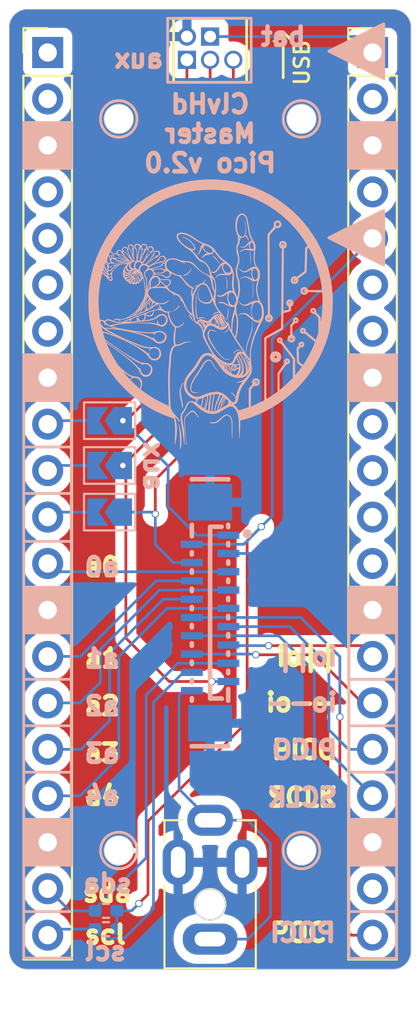
<source format=kicad_pcb>
(kicad_pcb (version 20240108) (generator "pcbnew") (generator_version "8.0")
  (layers (0 "F.Cu" signal "Front") (1 "In1.Cu" signal) (2 "In2.Cu" signal) (31 "B.Cu" signal "Back") (34 "B.Paste" user) (35 "F.Paste" user) (36 "B.SilkS" user "B.Silkscreen") (37 "F.SilkS" user "F.Silkscreen") (38 "B.Mask" user) (39 "F.Mask" user) (44 "Edge.Cuts" user))
  (net 0 "")
  (net 1 "+3.3V")
  (net 2 "/IO2")
  (net 3 "/I2C_SDA")
  (net 4 "GND")
  (net 5 "/addr_bus_0")
  (net 6 "/addr_bus_3")
  (net 7 "/i2C_SCL")
  (net 8 "/PICO")
  (net 9 "/AUX3")
  (net 10 "/POCI")
  (net 11 "/addr_bus_2")
  (net 12 "/extRef")
  (net 13 "/addr_bus_4")
  (net 23 "/SCLK")
  (net 24 "/IO1_out")
  (net 25 "/addr_bus_1")
  (net 28 "/AUX2")
  (net 29 "/AUX1")
  (net 30 "VSYS")
  (net 33 "Net-(J4-Pin_11)")
  (net 34 "Net-(J4-Pin_9)")
  (net 35 "Net-(J4-Pin_10)")
  (footprint "00_custom-footprints:Jack_Socket_PJ-210B" (layer "F.Cu") (at 100 111.945 180)
    (property "Reference" "J2" (hide yes))
    (property "Value" "jack2.5_PJ-210B" (hide yes))
    (fp_circle (center 0 3.5) (end 0.85 3.5) (stroke (width 0.1)) (fill none) (layer "Edge.Cuts"))
    (pad "1" thru_hole roundrect (at 1.75 5.8 180) (size 1.7 2.5) (drill oval 0.8 1.7) (layers "*.Cu" "*.Mask") (roundrect_rratio 0.4705882353) (net 4 "GND"))
    (pad "2" thru_hole roundrect (at 0 8.1 270) (size 1.7 2.5) (drill oval 0.8 1.7) (layers "*.Cu" "*.Mask") (roundrect_rratio 0.4705882353) (net 12 "/extRef"))
    (pad "3" thru_hole roundrect (at -1.75 5.8 180) (size 1.7 2.5) (drill oval 0.8 1.7) (layers "*.Cu" "*.Mask") (roundrect_rratio 0.4705882353) (net 4 "GND"))
    (pad "6" thru_hole roundrect (at 0 1.6 270) (size 1.7 3) (drill oval 0.8 1.7) (layers "*.Cu" "*.Mask") (roundrect_rratio 0.4705882353) (net 12 "/extRef"))
  )
  (footprint "Connector_PinSocket_1.27mm:PinSocket_1x03_P1.27mm_Vertical" (layer "F.Cu") (at 98.729999 62.27 90)
    (property "Reference" "J3" (hide yes))
    (property "Value" "Conn_01x03_Pin" (hide yes))
    (pad "1" thru_hole rect (at 0 0 90) (size 1 1) (drill 0.7) (layers "*.Cu" "*.Mask") (net 29 "/AUX1"))
    (pad "2" thru_hole oval (at 0 1.270001 90) (size 1 1) (drill 0.7) (layers "*.Cu" "*.Mask") (net 28 "/AUX2"))
    (pad "3" thru_hole oval (at 0 2.54 90) (size 1 1) (drill 0.7) (layers "*.Cu" "*.Mask") (net 9 "/AUX3"))
  )
  (footprint "Connector_PinHeader_1.27mm:PinHeader_1x02_P1.27mm_Vertical" (layer "F.Cu") (at 100 61 -90)
    (property "Reference" "J1" (hide yes))
    (property "Value" "Conn_01x02_Pin" (hide yes))
    (pad "1" thru_hole rect (at 0 0 270) (size 1 1) (drill 0.65) (layers "*.Cu" "*.Mask") (net 30 "VSYS"))
    (pad "2" thru_hole oval (at 0 1.270001 270) (size 1 1) (drill 0.65) (layers "*.Cu" "*.Mask") (net 4 "GND"))
  )
  (footprint "Connector_PinHeader_2.54mm:PinHeader_1x20_P2.54mm_Vertical" (layer "F.Cu") (at 108.89 61.87)
    (property "Reference" "J5" (hide yes))
    (property "Value" "Conn_01x20_Male" (hide yes))
    (pad "1" thru_hole rect (at 0 0) (size 1.7 1.7) (drill 1) (layers "*.Cu" "*.Mask") (net 30 "VSYS"))
    (pad "2" thru_hole oval (at 0 2.54) (size 1.7 1.7) (drill 1) (layers "*.Cu" "*.Mask"))
    (pad "3" thru_hole oval (at 0 5.08) (size 1.7 1.7) (drill 1) (layers "*.Cu" "*.Mask") (net 4 "GND"))
    (pad "4" thru_hole oval (at 0 7.62) (size 1.7 1.7) (drill 1) (layers "*.Cu" "*.Mask"))
    (pad "5" thru_hole oval (at 0 10.16) (size 1.7 1.7) (drill 1) (layers "*.Cu" "*.Mask") (net 1 "+3.3V"))
    (pad "6" thru_hole oval (at 0 12.7) (size 1.7 1.7) (drill 1) (layers "*.Cu" "*.Mask"))
    (pad "7" thru_hole oval (at 0 15.24) (size 1.7 1.7) (drill 1) (layers "*.Cu" "*.Mask"))
    (pad "8" thru_hole oval (at 0 17.78) (size 1.7 1.7) (drill 1) (layers "*.Cu" "*.Mask") (net 4 "GND"))
    (pad "9" thru_hole oval (at 0 20.32) (size 1.7 1.7) (drill 1) (layers "*.Cu" "*.Mask"))
    (pad "10" thru_hole oval (at 0 22.86) (size 1.7 1.7) (drill 1) (layers "*.Cu" "*.Mask"))
    (pad "11" thru_hole oval (at 0 25.4) (size 1.7 1.7) (drill 1) (layers "*.Cu" "*.Mask"))
    (pad "12" thru_hole oval (at 0 27.94) (size 1.7 1.7) (drill 1) (layers "*.Cu" "*.Mask"))
    (pad "13" thru_hole oval (at 0 30.48) (size 1.7 1.7) (drill 1) (layers "*.Cu" "*.Mask") (net 4 "GND"))
    (pad "14" thru_hole oval (at 0 33.02) (size 1.7 1.7) (drill 1) (layers "*.Cu" "*.Mask") (net 24 "/IO1_out"))
    (pad "15" thru_hole oval (at 0 35.56) (size 1.7 1.7) (drill 1) (layers "*.Cu" "*.Mask") (net 2 "/IO2"))
    (pad "16" thru_hole oval (at 0 38.1) (size 1.7 1.7) (drill 1) (layers "*.Cu" "*.Mask") (net 8 "/PICO"))
    (pad "17" thru_hole oval (at 0 40.64) (size 1.7 1.7) (drill 1) (layers "*.Cu" "*.Mask") (net 23 "/SCLK"))
    (pad "18" thru_hole oval (at 0 43.18) (size 1.7 1.7) (drill 1) (layers "*.Cu" "*.Mask") (net 4 "GND"))
    (pad "19" thru_hole oval (at 0 45.72) (size 1.7 1.7) (drill 1) (layers "*.Cu" "*.Mask"))
    (pad "20" thru_hole oval (at 0 48.26) (size 1.7 1.7) (drill 1) (layers "*.Cu" "*.Mask") (net 10 "/POCI"))
  )
  (footprint "Connector_PinHeader_2.54mm:PinHeader_1x20_P2.54mm_Vertical" (layer "F.Cu") (at 91.11 61.87)
    (property "Reference" "J4" (hide yes))
    (property "Value" "Conn_01x20_Male" (hide yes))
    (pad "1" thru_hole rect (at 0 0) (size 1.7 1.7) (drill 1) (layers "*.Cu" "*.Mask"))
    (pad "2" thru_hole oval (at 0 2.54) (size 1.7 1.7) (drill 1) (layers "*.Cu" "*.Mask"))
    (pad "3" thru_hole oval (at 0 5.08) (size 1.7 1.7) (drill 1) (layers "*.Cu" "*.Mask") (net 4 "GND"))
    (pad "4" thru_hole oval (at 0 7.62) (size 1.7 1.7) (drill 1) (layers "*.Cu" "*.Mask"))
    (pad "5" thru_hole oval (at 0 10.16) (size 1.7 1.7) (drill 1) (layers "*.Cu" "*.Mask"))
    (pad "6" thru_hole oval (at 0 12.7) (size 1.7 1.7) (drill 1) (layers "*.Cu" "*.Mask"))
    (pad "7" thru_hole oval (at 0 15.24) (size 1.7 1.7) (drill 1) (layers "*.Cu" "*.Mask"))
    (pad "8" thru_hole oval (at 0 17.78) (size 1.7 1.7) (drill 1) (layers "*.Cu" "*.Mask") (net 4 "GND"))
    (pad "9" thru_hole oval (at 0 20.32) (size 1.7 1.7) (drill 1) (layers "*.Cu" "*.Mask") (net 34 "Net-(J4-Pin_9)"))
    (pad "10" thru_hole oval (at 0 22.86) (size 1.7 1.7) (drill 1) (layers "*.Cu" "*.Mask") (net 35 "Net-(J4-Pin_10)"))
    (pad "11" thru_hole oval (at 0 25.4) (size 1.7 1.7) (drill 1) (layers "*.Cu" "*.Mask") (net 33 "Net-(J4-Pin_11)"))
    (pad "12" thru_hole oval (at 0 27.94) (size 1.7 1.7) (drill 1) (layers "*.Cu" "*.Mask") (net 5 "/addr_bus_0"))
    (pad "13" thru_hole oval (at 0 30.48) (size 1.7 1.7) (drill 1) (layers "*.Cu" "*.Mask") (net 4 "GND"))
    (pad "14" thru_hole oval (at 0 33.02) (size 1.7 1.7) (drill 1) (layers "*.Cu" "*.Mask") (net 25 "/addr_bus_1"))
    (pad "15" thru_hole oval (at 0 35.56) (size 1.7 1.7) (drill 1) (layers "*.Cu" "*.Mask") (net 11 "/addr_bus_2"))
    (pad "16" thru_hole oval (at 0 38.1) (size 1.7 1.7) (drill 1) (layers "*.Cu" "*.Mask") (net 6 "/addr_bus_3"))
    (pad "17" thru_hole oval (at 0 40.64) (size 1.7 1.7) (drill 1) (layers "*.Cu" "*.Mask") (net 13 "/addr_bus_4"))
    (pad "18" thru_hole oval (at 0 43.18) (size 1.7 1.7) (drill 1) (layers "*.Cu" "*.Mask") (net 4 "GND"))
    (pad "19" thru_hole oval (at 0 45.72) (size 1.7 1.7) (drill 1) (layers "*.Cu" "*.Mask") (net 3 "/I2C_SDA"))
    (pad "20" thru_hole oval (at 0 48.26) (size 1.7 1.7) (drill 1) (layers "*.Cu" "*.Mask") (net 7 "/i2C_SCL"))
  )
  (footprint "Jumper:SolderJumper-2_P1.3mm_Open_TrianglePad1.0x1.5mm" (layer "B.Cu") (at 94.5 82 180)
    (property "Reference" "JP2" (hide yes))
    (property "Value" "SolderJumper_2_Open" (hide yes))
    (pad "1" smd custom (at -0.724999 0 180) (size 0.3 0.3) (layers "B.Cu" "B.Mask") (net 29 "/AUX1") (options (clearance outline) (anchor rect)) (primitives (gr_poly (pts (xy 1 0) (xy 0.5 -0.75) (xy -0.5 -0.75) (xy -0.5 0.75) (xy 0.5 0.75)) (width 0) (fill yes))))
    (pad "2" smd custom (at 0.724999 0 180) (size 0.3 0.3) (layers "B.Cu" "B.Mask") (net 34 "Net-(J4-Pin_9)") (options (clearance outline) (anchor rect)) (primitives (gr_poly (pts (xy 0.5 -0.75) (xy -0.65 -0.75) (xy -0.15 0) (xy -0.65 0.75) (xy 0.5 0.75)) (width 0) (fill yes))))
  )
  (footprint "00_lcsc:FPC-SMD_18P-P0.50_X05C2018TZ" (layer "B.Cu") (at 100 92.5 -90)
    (property "Reference" "FPC1" (hide yes))
    (property "Value" "FPC-05F-18PH20" (hide yes))
    (pad "1" smd rect (at -4.24 -1 270) (size 0.4 1.2) (layers "B.Cu" "B.Paste" "B.Mask") (net 29 "/AUX1"))
    (pad "2" smd rect (at -3.74 1 270) (size 0.4 1.2) (layers "B.Cu" "B.Paste" "B.Mask") (net 1 "+3.3V"))
    (pad "3" smd rect (at -3.24 -1 270) (size 0.4 1.2) (layers "B.Cu" "B.Paste" "B.Mask") (net 4 "GND"))
    (pad "4" smd rect (at -2.74 1 270) (size 0.4 1.2) (layers "B.Cu" "B.Paste" "B.Mask") (net 9 "/AUX3"))
    (pad "5" smd rect (at -2.24 -1 270) (size 0.4 1.2) (layers "B.Cu" "B.Paste" "B.Mask") (net 5 "/addr_bus_0"))
    (pad "6" smd rect (at -1.74 1 270) (size 0.4 1.2) (layers "B.Cu" "B.Paste" "B.Mask") (net 25 "/addr_bus_1"))
    (pad "7" smd rect (at -1.24 -1 270) (size 0.4 1.2) (layers "B.Cu" "B.Paste" "B.Mask") (net 11 "/addr_bus_2"))
    (pad "8" smd rect (at -0.74 1 270) (size 0.4 1.2) (layers "B.Cu" "B.Paste" "B.Mask") (net 6 "/addr_bus_3"))
    (pad "9" smd rect (at -0.24 -1 270) (size 0.4 1.2) (layers "B.Cu" "B.Paste" "B.Mask") (net 13 "/addr_bus_4"))
    (pad "10" smd rect (at 0.26 1 270) (size 0.4 1.2) (layers "B.Cu" "B.Paste" "B.Mask") (net 10 "/POCI"))
    (pad "11" smd rect (at 0.76 -1 270) (size 0.4 1.2) (layers "B.Cu" "B.Paste" "B.Mask") (net 8 "/PICO"))
    (pad "12" smd rect (at 1.26 1 270) (size 0.4 1.2) (layers "B.Cu" "B.Paste" "B.Mask") (net 23 "/SCLK"))
    (pad "13" smd rect (at 1.76 -1 270) (size 0.4 1.2) (layers "B.Cu" "B.Paste" "B.Mask") (net 24 "/IO1_out"))
    (pad "14" smd rect (at 2.26 1 270) (size 0.4 1.2) (layers "B.Cu" "B.Paste" "B.Mask") (net 2 "/IO2"))
    (pad "15" smd rect (at 2.76 -1 270) (size 0.4 1.2) (layers "B.Cu" "B.Paste" "B.Mask") (net 3 "/I2C_SDA"))
    (pad "16" smd rect (at 3.26 1 270) (size 0.4 1.2) (layers "B.Cu" "B.Paste" "B.Mask") (net 7 "/i2C_SCL"))
    (pad "17" smd rect (at 3.76 -1 270) (size 0.4 1.2) (layers "B.Cu" "B.Paste" "B.Mask") (net 28 "/AUX2"))
    (pad "18" smd rect (at 4.26 1 270) (size 0.4 1.2) (layers "B.Cu" "B.Paste" "B.Mask") (net 12 "/extRef"))
    (pad "19" smd rect (at 6.04 0 270) (size 2 2.4) (layers "B.Cu" "B.Paste" "B.Mask") (net 4 "GND"))
    (pad "20" smd rect (at -6.04 0 270) (size 2 2.4) (layers "B.Cu" "B.Paste" "B.Mask") (net 4 "GND"))
  )
  (footprint "Jumper:SolderJumper-2_P1.3mm_Open_TrianglePad1.0x1.5mm" (layer "B.Cu") (at 94.5 84.45 180)
    (property "Reference" "JP3" (hide yes))
    (property "Value" "SolderJumper_2_Open" (hide yes))
    (pad "1" smd custom (at -0.725 0 180) (size 0.3 0.3) (layers "B.Cu" "B.Mask") (net 28 "/AUX2") (options (clearance outline) (anchor rect)) (primitives (gr_poly (pts (xy 1 0) (xy 0.5 -0.75) (xy -0.5 -0.75) (xy -0.5 0.75) (xy 0.5 0.75)) (width 0) (fill yes))))
    (pad "2" smd custom (at 0.725 0 180) (size 0.3 0.3) (layers "B.Cu" "B.Mask") (net 35 "Net-(J4-Pin_10)") (options (clearance outline) (anchor rect)) (primitives (gr_poly (pts (xy 0.5 -0.75) (xy -0.65 -0.75) (xy -0.15 0) (xy -0.65 0.75) (xy 0.5 0.75)) (width 0) (fill yes))))
  )
  (footprint "Resistor_SMD:R_0402_1005Metric_Pad0.72x0.64mm_HandSolder" (layer "B.Cu") (at 94.3 108.8 180)
    (property "Reference" "R2" (hide yes))
    (property "Value" "2k" (hide yes))
    (pad "1" smd roundrect (at -0.5975 0 180) (size 0.715 0.64) (layers "B.Cu" "B.Paste" "B.Mask") (net 1 "+3.3V"))
    (pad "2" smd roundrect (at 0.5975 0 180) (size 0.715 0.64) (layers "B.Cu" "B.Paste" "B.Mask") (net 3 "/I2C_SDA"))
  )
  (footprint "Jumper:SolderJumper-2_P1.3mm_Open_TrianglePad1.0x1.5mm" (layer "B.Cu") (at 94.5 87 180)
    (property "Reference" "JP4" (hide yes))
    (property "Value" "SolderJumper_2_Open" (hide yes))
    (pad "1" smd custom (at -0.725 0 180) (size 0.3 0.3) (layers "B.Cu" "B.Mask") (net 9 "/AUX3") (options (clearance outline) (anchor rect)) (primitives (gr_poly (pts (xy 1 0) (xy 0.5 -0.75) (xy -0.5 -0.75) (xy -0.5 0.75) (xy 0.5 0.75)) (width 0) (fill yes))))
    (pad "2" smd custom (at 0.725 0 180) (size 0.3 0.3) (layers "B.Cu" "B.Mask") (net 33 "Net-(J4-Pin_11)") (options (clearance outline) (anchor rect)) (primitives (gr_poly (pts (xy 0.5 -0.75) (xy -0.65 -0.75) (xy -0.15 0) (xy -0.65 0.75) (xy 0.5 0.75)) (width 0) (fill yes))))
  )
  (footprint "LOGO" (layer "B.Cu") (at 100 76 180)
    (property "Reference" "G***" (hide yes))
    (property "Value" "LOGO" (hide yes))
  )
  (footprint "Resistor_SMD:R_0402_1005Metric_Pad0.72x0.64mm_HandSolder" (layer "B.Cu") (at 94.3 109.8 180)
    (property "Reference" "R1" (hide yes))
    (property "Value" "2k" (hide yes))
    (pad "1" smd roundrect (at -0.5975 0 180) (size 0.715 0.64) (layers "B.Cu" "B.Paste" "B.Mask") (net 1 "+3.3V"))
    (pad "2" smd roundrect (at 0.5975 0 180) (size 0.715 0.64) (layers "B.Cu" "B.Paste" "B.Mask") (net 7 "/i2C_SCL"))
  )
  (gr_rect (start 107.6 78.4) (end 110.2 80.9) (stroke (width 0.1524)) (fill solid) (layer "B.SilkS"))
  (gr_line (start 89.8 88.6) (end 92.4 88.6) (stroke (width 0.1524)) (layer "B.SilkS"))
  (gr_line (start 102.246 63.5) (end 97.674 63.5) (stroke (width 0.1524)) (layer "B.SilkS"))
  (gr_rect (start 89.8 91.1) (end 92.4 93.6) (stroke (width 0.1524)) (fill solid) (layer "B.SilkS"))
  (gr_line (start 107.6 93.6) (end 107.6 103.8) (stroke (width 0.1524)) (layer "B.SilkS"))
  (gr_rect (start 89.8 78.4) (end 92.4 80.9) (stroke (width 0.1524)) (fill solid) (layer "B.SilkS"))
  (gr_line (start 89.8 106.3) (end 89.8 111.38) (stroke (width 0.1524)) (layer "B.SilkS"))
  (gr_poly (pts (xy 109.5 73.5) (xy 106.5 72) (xy 109.5 70.5)) (stroke (width 0.1524)) (fill solid) (layer "B.SilkS"))
  (gr_rect (start 107.6 103.8) (end 110.2 106.3) (stroke (width 0.1524)) (fill solid) (layer "B.SilkS"))
  (gr_circle (center 105 105.5) (end 106 105.5) (stroke (width 0.1524)) (fill none) (layer "B.SilkS"))
  (gr_line (start 89.8 108.84) (end 92.4 108.84) (stroke (width 0.1524)) (layer "B.SilkS"))
  (gr_line (start 107.6 106.3) (end 107.6 111.4) (stroke (width 0.1524)) (layer "B.SilkS"))
  (gr_line (start 89.8 91.1) (end 89.8 80.9) (stroke (width 0.1524)) (layer "B.SilkS"))
  (gr_line (start 89.8 111.38) (end 92.4 111.38) (stroke (width 0.1524)) (layer "B.SilkS"))
  (gr_line (start 107.58 98.68) (end 110.18 98.68) (stroke (width 0.1524)) (layer "B.SilkS"))
  (gr_rect (start 89.8 65.7) (end 92.4 68.2) (stroke (width 0.1524)) (fill solid) (layer "B.SilkS"))
  (gr_rect (start 107.6 65.7) (end 110.2 68.2) (stroke (width 0.1524)) (fill solid) (layer "B.SilkS"))
  (gr_line (start 89.8 85.98) (end 92.4 85.98) (stroke (width 0.1524)) (layer "B.SilkS"))
  (gr_line (start 92.4 93.6) (end 92.4 103.8) (stroke (width 0.1524)) (layer "B.SilkS"))
  (gr_line (start 110.2 93.6) (end 110.2 103.8) (stroke (width 0.1524)) (layer "B.SilkS"))
  (gr_rect (start 89.8 103.8) (end 92.4 106.3) (stroke (width 0.1524)) (fill solid) (layer "B.SilkS"))
  (gr_circle (center 95 65.5) (end 96 65.5) (stroke (width 0.1524)) (fill none) (layer "B.SilkS"))
  (gr_line (start 89.8 83.44) (end 92.4 83.44) (stroke (width 0.1524)) (layer "B.SilkS"))
  (gr_line (start 89.8 96.14) (end 92.4 96.14) (stroke (width 0.1524)) (layer "B.SilkS"))
  (gr_line (start 97.674 63.5) (end 97.674 60) (stroke (width 0.1524)) (layer "B.SilkS"))
  (gr_line (start 107.58 108.84) (end 110.18 108.84) (stroke (width 0.1524)) (layer "B.SilkS"))
  (gr_line (start 107.58 96.14) (end 110.18 96.14) (stroke (width 0.1524)) (layer "B.SilkS"))
  (gr_line (start 89.8 103.8) (end 89.8 93.6) (stroke (width 0.1524)) (layer "B.SilkS"))
  (gr_poly (pts (xy 109.5 63.3) (xy 106.5 61.8) (xy 109.5 60.3)) (stroke (width 0.1524)) (fill solid) (layer "B.SilkS"))
  (gr_line (start 89.8 98.68) (end 92.4 98.68) (stroke (width 0.1524)) (layer "B.SilkS"))
  (gr_line (start 89.8 101.22) (end 92.4 101.22) (stroke (width 0.1524)) (layer "B.SilkS"))
  (gr_line (start 102.246 60) (end 102.246 63.5) (stroke (width 0.1524)) (layer "B.SilkS"))
  (gr_line (start 110.2 106.3) (end 110.2 111.4) (stroke (width 0.1524)) (layer "B.SilkS"))
  (gr_line (start 92.4 91.1) (end 92.4 80.9) (stroke (width 0.1524)) (layer "B.SilkS"))
  (gr_line (start 97.674 60) (end 102.246 60) (stroke (width 0.1524)) (layer "B.SilkS"))
  (gr_circle (center 105 65.5) (end 106 65.5) (stroke (width 0.1524)) (fill none) (layer "B.SilkS"))
  (gr_line (start 107.6 111.4) (end 110.2 111.4) (stroke (width 0.1524)) (layer "B.SilkS"))
  (gr_circle (center 95 105.5) (end 96 105.5) (stroke (width 0.1524)) (fill none) (layer "B.SilkS"))
  (gr_rect (start 107.6 91.1) (end 110.2 93.6) (stroke (width 0.1524)) (fill solid) (layer "B.SilkS"))
  (gr_line (start 107.58 101.22) (end 110.18 101.22) (stroke (width 0.1524)) (layer "B.SilkS"))
  (gr_poly (pts (xy 109.5 70.5) (xy 106.5 72) (xy 109.5 73.5)) (stroke (width 0.1524)) (fill solid) (layer "F.SilkS"))
  (gr_rect (start 107.6 91.1) (end 110.2 93.6) (stroke (width 0.1524)) (fill solid) (layer "F.SilkS"))
  (gr_line (start 104 60.75) (end 104 63.25) (stroke (width 0.1524)) (layer "F.SilkS"))
  (gr_line (start 102 63.5) (end 98 63.5) (stroke (width 0.1524)) (layer "F.SilkS"))
  (gr_line (start 104.5 61.25) (end 104 60.75) (stroke (width 0.1524)) (layer "F.SilkS"))
  (gr_line (start 103.5 61.25) (end 104 60.75) (stroke (width 0.1524)) (layer "F.SilkS"))
  (gr_rect (start 107.6 103.8) (end 110.2 106.3) (stroke (width 0.1524)) (fill solid) (layer "F.SilkS"))
  (gr_line (start 98 60) (end 102 60) (stroke (width 0.1524)) (layer "F.SilkS"))
  (gr_line (start 102 60) (end 102 63.5) (stroke (width 0.1524)) (layer "F.SilkS"))
  (gr_rect (start 89.8 91.1) (end 92.4 93.6) (stroke (width 0.1524)) (fill solid) (layer "F.SilkS"))
  (gr_rect (start 89.8 65.7) (end 92.4 68.2) (stroke (width 0.1524)) (fill solid) (layer "F.SilkS"))
  (gr_rect (start 89.8 103.8) (end 92.4 106.3) (stroke (width 0.1524)) (fill solid) (layer "F.SilkS"))
  (gr_line (start 98 63.5) (end 98 60) (stroke (width 0.1524)) (layer "F.SilkS"))
  (gr_rect (start 107.6 65.7) (end 110.2 68.2) (stroke (width 0.1524)) (fill solid) (layer "F.SilkS"))
  (gr_rect (start 89.8 78.4) (end 92.4 80.9) (stroke (width 0.1524)) (fill solid) (layer "F.SilkS"))
  (gr_rect (start 107.6 78.4) (end 110.2 80.9) (stroke (width 0.1524)) (fill solid) (layer "F.SilkS"))
  (gr_line (start 110 59.5) (end 90 59.5) (stroke (width 0.0381)) (layer "Edge.Cuts"))
  (gr_circle (center 95 65.5) (end 95.8 65.5) (stroke (width 0.0381)) (fill none) (layer "Edge.Cuts"))
  (gr_circle (center 95 105.5) (end 95 104.7) (stroke (width 0.0381)) (fill none) (layer "Edge.Cuts"))
  (gr_arc (start 89 60.5) (mid 89.292893 59.792893) (end 90 59.5) (stroke (width 0.0381)) (layer "Edge.Cuts"))
  (gr_line (start 111 111) (end 111 60.5) (stroke (width 0.0381)) (layer "Edge.Cuts"))
  (gr_arc (start 111 111) (mid 110.707107 111.707107) (end 110 112) (stroke (width 0.0381)) (layer "Edge.Cuts"))
  (gr_arc (start 90 112) (mid 89.292893 111.707107) (end 89 111) (stroke (width 0.0381)) (layer "Edge.Cuts"))
  (gr_arc (start 110 59.5) (mid 110.707107 59.792893) (end 111 60.5) (stroke (width 0.0381)) (layer "Edge.Cuts"))
  (gr_line (start 90 112) (end 110 112) (stroke (width 0.0381)) (layer "Edge.Cuts"))
  (gr_line (start 89 60.5) (end 89 111) (stroke (width 0.0381)) (layer "Edge.Cuts"))
  (gr_circle (center 105 65.5) (end 105 66.3) (stroke (width 0.0381)) (fill none) (layer "Edge.Cuts"))
  (gr_circle (center 105 105.5) (end 104.2 105.5) (stroke (width 0.0381)) (fill none) (layer "Edge.Cuts"))
  (gr_text "io||" (at 107.1 94.9 0) (layer "B.SilkS") (effects (font (size 1 1) (thickness 0.25) (bold yes)) (justify left mirror)))
  (gr_text "ClvHd\nMaster\nPico v2.0" (at 100 68.5 -0) (layer "B.SilkS") (effects (font (size 1 1) (thickness 0.3) (bold yes)) (justify bottom mirror)))
  (gr_text "aux" (at 96.9 84.5 270) (layer "B.SilkS") (effects (font (size 1 1) (thickness 0.25) (bold yes)) (justify mirror)))
  (gr_text "bat" (at 104 61 0) (layer "B.SilkS") (effects (font (size 1 1) (thickness 0.3) (bold yes)) (justify mirror)))
  (gr_text "a1" (at 93 95 0) (layer "B.SilkS") (effects (font (size 1 1) (thickness 0.3048) (bold yes)) (justify right mirror)))
  (gr_text "a4" (at 93 102.5 0) (layer "B.SilkS") (effects (font (size 1 1) (thickness 0.3048) (bold yes)) (justify right mirror)))
  (gr_text "aux" (at 96.1 62.2 -0) (layer "B.SilkS") (effects (font (size 1 1) (thickness 0.25) (bold yes)) (justify mirror)))
  (gr_text "SCLK" (at 107.1 102.6 0) (layer "B.SilkS") (effects (font (size 1 1) (thickness 0.3) (bold yes)) (justify left mirror)))
  (gr_text "scl" (at 93 111 0) (layer "B.SilkS") (effects (font (size 1 1) (thickness 0.3048) (bold yes)) (justify right mirror)))
  (gr_text "PICO" (at 107.1 100 0) (layer "B.SilkS") (effects (font (size 1 1) (thickness 0.3) (bold yes)) (justify left mirror)))
  (gr_text "io--" (at 107.1 97.4 0) (layer "B.SilkS") (effects (font (size 1 1) (thickness 0.25) (bold yes)) (justify left mirror)))
  (gr_text "sda" (at 92.9 107.3 0) (layer "B.SilkS") (effects (font (size 1 1) (thickness 0.3048) (bold yes)) (justify right mirror)))
  (gr_text "a0" (at 93 90 0) (layer "B.SilkS") (effects (font (size 1 1) (thickness 0.3048) (bold yes)) (justify right mirror)))
  (gr_text "a3" (at 93 100.2 0) (layer "B.SilkS") (effects (font (size 1 1) (thickness 0.3048) (bold yes)) (justify right mirror)))
  (gr_text "POCI" (at 107 110 0) (layer "B.SilkS") (effects (font (size 1 1) (thickness 0.3) (bold yes)) (justify left mirror)))
  (gr_text "a2" (at 93 97.6 0) (layer "B.SilkS") (effects (font (size 1 1) (thickness 0.3048) (bold yes)) (justify right mirror)))
  (gr_text "a2" (at 93 97.6 0) (layer "F.SilkS") (effects (font (size 1 1) (thickness 0.3048) (bold yes)) (justify left)))
  (gr_text "a0" (at 93 90 0) (layer "F.SilkS") (effects (font (size 1 1) (thickness 0.3048) (bold yes)) (justify left)))
  (gr_text "PICO" (at 107.1 100 0) (layer "F.SilkS") (effects (font (size 1 1) (thickness 0.3) (bold yes)) (justify right)))
  (gr_text "sda" (at 92.9 107.8 0) (layer "F.SilkS") (effects (font (size 1 1) (thickness 0.3048) (bold yes)) (justify left)))
  (gr_text "a3" (at 93 100.2 0) (layer "F.SilkS") (effects (font (size 1 1) (thickness 0.3048) (bold yes)) (justify left)))
  (gr_text "POCI" (at 107 110 0) (layer "F.SilkS") (effects (font (size 1 1) (thickness 0.3) (bold yes)) (justify right)))
  (gr_text "scl" (at 93 110.1 0) (layer "F.SilkS") (effects (font (size 1 1) (thickness 0.3048) (bold yes)) (justify left)))
  (gr_text "io--" (at 107.1 97.4 0) (layer "F.SilkS") (effects (font (size 1 1) (thickness 0.25) (bold yes)) (justify right)))
  (gr_text "a1" (at 93 95 0) (layer "F.SilkS") (effects (font (size 1 1) (thickness 0.3048) (bold yes)) (justify left)))
  (gr_text "io||" (at 107.1 94.9 0) (layer "F.SilkS") (effects (font (size 1 1) (thickness 0.25) (bold yes)) (justify right)))
  (gr_text "a4" (at 93 102.5 0) (layer "F.SilkS") (effects (font (size 1 1) (thickness 0.3048) (bold yes)) (justify left)))
  (gr_text "SCLK" (at 107.1 102.6 0) (layer "F.SilkS") (effects (font (size 1 1) (thickness 0.3) (bold yes)) (justify right)))
  (gr_text "USB" (at 105.5 63.75 90) (layer "F.SilkS") (effects (font (size 0.8128 0.8128) (thickness 0.1524) (bold yes)) (justify left bottom)))
  (segment (start 102.025 98.475) (end 102.025 88.575) (width 0.15) (layer "F.Cu") (net 1))
  (segment (start 96.6 107.9) (end 96.6 103.9) (width 0.15) (layer "F.Cu") (net 1))
  (segment (start 102.025 88.575) (end 102.8 87.8) (width 0.15) (layer "F.Cu") (net 1))
  (segment (start 96.6 103.9) (end 102.025 98.475) (width 0.15) (layer "F.Cu") (net 1))
  (segment (start 96.1 108.4) (end 96.6 107.9) (width 0.15) (layer "F.Cu") (net 1))
  (via (at 96.1 108.4) (size 0.4) (drill 0.3) (layers "F.Cu" "B.Cu") (net 1))
  (via (at 102.8 87.8) (size 0.4) (drill 0.3) (layers "F.Cu" "B.Cu") (net 1))
  (segment (start 103.4 77.52) (end 108.89 72.03) (width 0.15) (layer "B.Cu") (net 1))
  (segment (start 102.8 87.8) (end 103.4 87.2) (width 0.15) (layer "B.Cu") (net 1))
  (segment (start 95.7 108.8) (end 96.1 108.4) (width 0.15) (layer "B.Cu") (net 1))
  (segment (start 101.84 88.76) (end 102.8 87.8) (width 0.15) (layer "B.Cu") (net 1))
  (segment (start 94.8975 108.8) (end 95.7 108.8) (width 0.15) (layer "B.Cu") (net 1))
  (segment (start 103.4 87.2) (end 103.4 77.52) (width 0.15) (layer "B.Cu") (net 1))
  (segment (start 94.8975 108.8) (end 94.8975 109.8) (width 0.15) (layer "B.Cu") (net 1))
  (segment (start 99 88.76) (end 101.84 88.76) (width 0.15) (layer "B.Cu") (net 1))
  (segment (start 108.33 97.43) (end 108.89 97.43) (width 0.15) (layer "F.Cu") (net 2))
  (segment (start 105.7 94.8) (end 108.33 97.43) (width 0.15) (layer "F.Cu") (net 2))
  (segment (start 102.5 94.8) (end 105.7 94.8) (width 0.15) (layer "F.Cu") (net 2))
  (via (at 102.5 94.8) (size 0.4) (drill 0.3) (layers "F.Cu" "B.Cu") (net 2))
  (segment (start 102.46 94.76) (end 99 94.76) (width 0.15) (layer "B.Cu") (net 2))
  (segment (start 102.5 94.8) (end 102.46 94.76) (width 0.15) (layer "B.Cu") (net 2))
  (segment (start 96.5 97) (end 96.5 105.9) (width 0.15) (layer "B.Cu") (net 3))
  (segment (start 93.7025 108.8) (end 92.32 108.8) (width 0.15) (layer "B.Cu") (net 3))
  (segment (start 92.32 108.8) (end 91.11 107.59) (width 0.15) (layer "B.Cu") (net 3))
  (segment (start 98.24 95.26) (end 96.5 97) (width 0.15) (layer "B.Cu") (net 3))
  (segment (start 93.7025 108.6975) (end 93.7025 108.8) (width 0.15) (layer "B.Cu") (net 3))
  (segment (start 101 95.26) (end 98.24 95.26) (width 0.15) (layer "B.Cu") (net 3))
  (segment (start 96.5 105.9) (end 93.7025 108.6975) (width 0.15) (layer "B.Cu") (net 3))
  (segment (start 105.8 89.26) (end 108.89 92.35) (width 0.15) (layer "B.Cu") (net 4))
  (segment (start 101 89.26) (end 105.8 89.26) (width 0.15) (layer "B.Cu") (net 4))
  (segment (start 101 90.26) (end 91.56 90.26) (width 0.15) (layer "B.Cu") (net 5))
  (segment (start 91.56 90.26) (end 91.11 89.81) (width 0.15) (layer "B.Cu") (net 5))
  (segment (start 97.44 91.76) (end 94.5 94.7) (width 0.15) (layer "B.Cu") (net 6))
  (segment (start 92.93 99.97) (end 91.11 99.97) (width 0.15) (layer "B.Cu") (net 6))
  (segment (start 94.5 94.7) (end 94.5 98.4) (width 0.15) (layer "B.Cu") (net 6))
  (segment (start 91.11 99.25) (end 91.11 99.97) (width 0.15) (layer "B.Cu") (net 6))
  (segment (start 99 91.76) (end 97.44 91.76) (width 0.15) (layer "B.Cu") (net 6))
  (segment (start 94.5 98.4) (end 92.93 99.97) (width 0.15) (layer "B.Cu") (net 6))
  (segment (start 99 95.76) (end 98.54 95.76) (width 0.15) (layer "B.Cu") (net 7))
  (segment (start 95.3 110.3) (end 94.2025 110.3) (width 0.15) (layer "B.Cu") (net 7))
  (segment (start 96.9 97.4) (end 96.9 108.7) (width 0.15) (layer "B.Cu") (net 7))
  (segment (start 96.9 108.7) (end 95.3 110.3) (width 0.15) (layer "B.Cu") (net 7))
  (segment (start 98.54 95.76) (end 96.9 97.4) (width 0.15) (layer "B.Cu") (net 7))
  (segment (start 94.2025 110.3) (end 93.7025 109.8) (width 0.15) (layer "B.Cu") (net 7))
  (segment (start 91.44 109.8) (end 91.11 110.13) (width 0.15) (layer "B.Cu") (net 7))
  (segment (start 93.7025 109.8) (end 91.44 109.8) (width 0.15) (layer "B.Cu") (net 7))
  (segment (start 101 93.26) (end 104.36 93.26) (width 0.15) (layer "B.Cu") (net 8))
  (segment (start 107.57 99.97) (end 108.89 99.97) (width 0.15) (layer "B.Cu") (net 8))
  (segment (start 104.36 93.26) (end 106.5 95.4) (width 0.15) (layer "B.Cu") (net 8))
  (segment (start 106.5 98.9) (end 107.57 99.97) (width 0.15) (layer "B.Cu") (net 8))
  (segment (start 106.5 95.4) (end 106.5 98.9) (width 0.15) (layer "B.Cu") (net 8))
  (segment (start 97 87.1) (end 97 85.225) (width 0.15) (layer "F.Cu") (net 9))
  (segment (start 101.269999 80.955001) (end 101.269999 62.27) (width 0.15) (layer "F.Cu") (net 9))
  (segment (start 97 85.225) (end 101.269999 80.955001) (width 0.15) (layer "F.Cu") (net 9))
  (via (at 97 87.1) (size 0.4) (drill 0.3) (layers "F.Cu" "B.Cu") (net 9))
  (segment (start 96.9 87) (end 97 87.1) (width 0.15) (layer "B.Cu") (net 9))
  (segment (start 97.985 89.76) (end 99 89.76) (width 0.15) (layer "B.Cu") (net 9))
  (segment (start 97 88.775) (end 97.985 89.76) (width 0.15) (layer "B.Cu") (net 9))
  (segment (start 95.225 87) (end 96.9 87) (width 0.15) (layer "B.Cu") (net 9))
  (segment (start 97 87.1) (end 97 88.775) (width 0.15) (layer "B.Cu") (net 9))
  (segment (start 107.1 109.5) (end 107.73 110.13) (width 0.15) (layer "F.Cu") (net 10))
  (segment (start 107.1 98.2) (end 107.1 109.5) (width 0.15) (layer "F.Cu") (net 10))
  (segment (start 107.73 110.13) (end 108.89 110.13) (width 0.15) (layer "F.Cu") (net 10))
  (via (at 107.1 98.2) (size 0.4) (drill 0.3) (layers "F.Cu" "B.Cu") (net 10))
  (segment (start 107.1 94.9) (end 104.96 92.76) (width 0.15) (layer "B.Cu") (net 10))
  (segment (start 104.96 92.76) (end 99 92.76) (width 0.15) (layer "B.Cu") (net 10))
  (segment (start 107.1 98.2) (end 107.1 94.9) (width 0.15) (layer "B.Cu") (net 10))
  (segment (start 94 94.5) (end 94 96.3) (width 0.15) (layer "B.Cu") (net 11))
  (segment (start 101 91.26) (end 97.24 91.26) (width 0.15) (layer "B.Cu") (net 11))
  (segment (start 92.87 97.43) (end 91.11 97.43) (width 0.15) (layer "B.Cu") (net 11))
  (segment (start 97.24 91.26) (end 94 94.5) (width 0.15) (layer "B.Cu") (net 11))
  (segment (start 94 96.3) (end 92.87 97.43) (width 0.15) (layer "B.Cu") (net 11))
  (segment (start 99 96.76) (end 98.54 96.76) (width 0.15) (layer "B.Cu") (net 12))
  (segment (start 102.045 103.845) (end 103.3 105.1) (width 0.15) (layer "B.Cu") (net 12))
  (segment (start 102.055 110.345) (end 100 110.345) (width 0.15) (layer "B.Cu") (net 12))
  (segment (start 100 103.845) (end 102.045 103.845) (width 0.15) (layer "B.Cu") (net 12))
  (segment (start 98.3 102.145) (end 100 103.845) (width 0.15) (layer "B.Cu") (net 12))
  (segment (start 103.3 105.1) (end 103.3 109.1) (width 0.15) (layer "B.Cu") (net 12))
  (segment (start 103.3 109.1) (end 102.055 110.345) (width 0.15) (layer "B.Cu") (net 12))
  (segment (start 98.54 96.76) (end 98.3 97) (width 0.15) (layer "B.Cu") (net 12))
  (segment (start 98.3 97) (end 98.3 102.145) (width 0.15) (layer "B.Cu") (net 12))
  (segment (start 101 92.26) (end 97.64 92.26) (width 0.15) (layer "B.Cu") (net 13))
  (segment (start 92.89 102.51) (end 91.11 102.51) (width 0.15) (layer "B.Cu") (net 13))
  (segment (start 97.64 92.26) (end 95 94.9) (width 0.15) (layer "B.Cu") (net 13))
  (segment (start 95 100.4) (end 92.89 102.51) (width 0.15) (layer "B.Cu") (net 13))
  (segment (start 95 94.9) (end 95 100.4) (width 0.15) (layer "B.Cu") (net 13))
  (segment (start 99 93.76) (end 103.76 93.76) (width 0.15) (layer "B.Cu") (net 23))
  (segment (start 103.76 93.76) (end 105.7 95.7) (width 0.15) (layer "B.Cu") (net 23))
  (segment (start 105.7 99.32) (end 108.89 102.51) (width 0.15) (layer "B.Cu") (net 23))
  (segment (start 105.7 95.7) (end 105.7 99.32) (width 0.15) (layer "B.Cu") (net 23))
  (segment (start 108.3 94.3) (end 103.2 94.3) (width 0.15) (layer "F.Cu") (net 24))
  (segment (start 108.89 94.89) (end 108.3 94.3) (width 0.15) (layer "F.Cu") (net 24))
  (via (at 103.2 94.3) (size 0.4) (drill 0.3) (layers "F.Cu" "B.Cu") (net 24))
  (segment (start 103.2 94.3) (end 101.04 94.3) (width 0.15) (layer "B.Cu") (net 24))
  (segment (start 101.04 94.3) (end 101 94.26) (width 0.15) (layer "B.Cu") (net 24))
  (segment (start 99 90.76) (end 97.04 90.76) (width 0.15) (layer "B.Cu") (net 25))
  (segment (start 92.91 94.89) (end 91.11 94.89) (width 0.15) (layer "B.Cu") (net 25))
  (segment (start 97.04 90.76) (end 92.91 94.89) (width 0.15) (layer "B.Cu") (net 25))
  (segment (start 100 62.27) (end 100 79.675) (width 0.15) (layer "F.Cu") (net 28))
  (segment (start 95.388 93.888) (end 95.388 84.588) (width 0.15) (layer "F.Cu") (net 28))
  (segment (start 100.1 96.26) (end 97.76 96.26) (width 0.15) (layer "F.Cu") (net 28))
  (segment (start 100 79.675) (end 95.225 84.45) (width 0.15) (layer "F.Cu") (net 28))
  (segment (start 95.25 84.45) (end 95.225 84.45) (width 0.15) (layer "F.Cu") (net 28))
  (segment (start 95.388 84.588) (end 95.25 84.45) (width 0.15) (layer "F.Cu") (net 28))
  (segment (start 97.76 96.26) (end 95.388 93.888) (width 0.15) (layer "F.Cu") (net 28))
  (via (at 100.1 96.26) (size 0.4) (drill 0.3) (layers "F.Cu" "B.Cu") (net 28))
  (via (at 95.225 84.45) (size 0.4) (drill 0.3) (layers "F.Cu" "B.Cu") (net 28))
  (segment (start 100.1 96.26) (end 101 96.26) (width 0.15) (layer "B.Cu") (net 28))
  (segment (start 98.729999 78.670001) (end 95.4 82) (width 0.15) (layer "F.Cu") (net 29))
  (segment (start 95.4 82) (end 95.224999 82) (width 0.15) (layer "F.Cu") (net 29))
  (segment (start 98.729999 62.27) (end 98.729999 78.670001) (width 0.15) (layer "F.Cu") (net 29))
  (via (at 95.224999 82) (size 0.4) (drill 0.3) (layers "F.Cu" "B.Cu") (net 29))
  (segment (start 99.27 88.26) (end 101 88.26) (width 0.15) (layer "B.Cu") (net 29))
  (segment (start 97.7 84.475001) (end 97.7 86.69) (width 0.15) (layer "B.Cu") (net 29))
  (segment (start 97.7 86.69) (end 99.27 88.26) (width 0.15) (layer "B.Cu") (net 29))
  (segment (start 95.224999 82) (end 97.7 84.475001) (width 0.15) (layer "B.Cu") (net 29))
  (segment (start 108.02 61) (end 108.89 61.87) (width 0.15) (layer "B.Cu") (net 30))
  (segment (start 100 61) (end 108.02 61) (width 0.15) (layer "B.Cu") (net 30))
  (segment (start 93.775 87) (end 91.38 87) (width 0.15) (layer "B.Cu") (net 33))
  (segment (start 91.38 87) (end 91.11 87.27) (width 0.15) (layer "B.Cu") (net 33))
  (segment (start 93.775001 82) (end 91.3 82) (width 0.15) (layer "B.Cu") (net 34))
  (segment (start 91.3 82) (end 91.11 82.19) (width 0.15) (layer "B.Cu") (net 34))
  (segment (start 93.775 84.45) (end 91.39 84.45) (width 0.15) (layer "B.Cu") (net 35))
  (segment (start 91.39 84.45) (end 91.11 84.73) (width 0.15) (layer "B.Cu") (net 35))
  (zone (net 4) (net_name "GND") (layers "F.Cu" "In1.Cu" "In2.Cu" "B.Cu") (connect_pads (clearance 0.5)) (min_thickness 0.25) (fill yes (thermal_gap 0.5) (thermal_bridge_width 0.5))
    (polygon (pts (xy 88.5 112.5) (xy 111.5 112.5) (xy 111.5 59) (xy 88.5 59)))
  )
)
</source>
